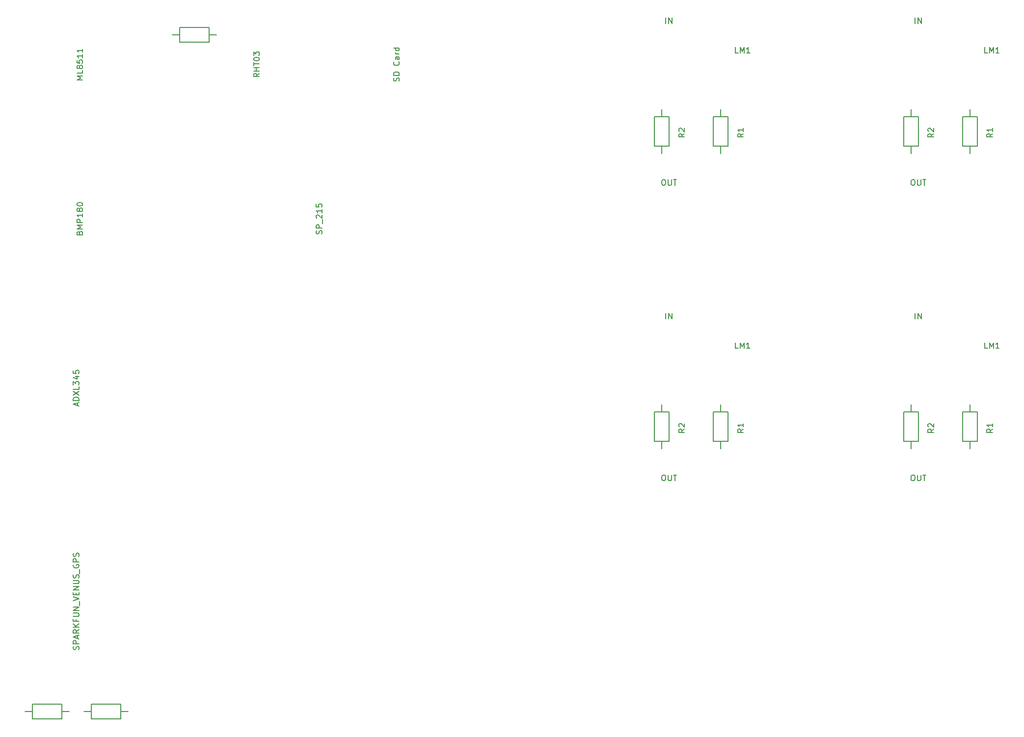
<source format=gbr>
G04 #@! TF.FileFunction,Legend,Top*
%FSLAX46Y46*%
G04 Gerber Fmt 4.6, Leading zero omitted, Abs format (unit mm)*
G04 Created by KiCad (PCBNEW 4.0.1-stable) date 1/13/2016 10:53:09 PM*
%MOMM*%
G01*
G04 APERTURE LIST*
%ADD10C,0.100000*%
%ADD11C,0.150000*%
G04 APERTURE END LIST*
D10*
D11*
X46990000Y-21590000D02*
X52070000Y-21590000D01*
X52070000Y-21590000D02*
X52070000Y-24130000D01*
X52070000Y-24130000D02*
X46990000Y-24130000D01*
X46990000Y-24130000D02*
X46990000Y-21590000D01*
X46990000Y-22860000D02*
X45720000Y-22860000D01*
X52070000Y-22860000D02*
X53340000Y-22860000D01*
X26670000Y-140970000D02*
X21590000Y-140970000D01*
X21590000Y-140970000D02*
X21590000Y-138430000D01*
X21590000Y-138430000D02*
X26670000Y-138430000D01*
X26670000Y-138430000D02*
X26670000Y-140970000D01*
X26670000Y-139700000D02*
X27940000Y-139700000D01*
X21590000Y-139700000D02*
X20320000Y-139700000D01*
X36830000Y-140970000D02*
X31750000Y-140970000D01*
X31750000Y-140970000D02*
X31750000Y-138430000D01*
X31750000Y-138430000D02*
X36830000Y-138430000D01*
X36830000Y-138430000D02*
X36830000Y-140970000D01*
X36830000Y-139700000D02*
X38100000Y-139700000D01*
X31750000Y-139700000D02*
X30480000Y-139700000D01*
X131410000Y-87940000D02*
X131410000Y-93020000D01*
X131410000Y-93020000D02*
X128870000Y-93020000D01*
X128870000Y-93020000D02*
X128870000Y-87940000D01*
X128870000Y-87940000D02*
X131410000Y-87940000D01*
X130140000Y-87940000D02*
X130140000Y-86670000D01*
X130140000Y-93020000D02*
X130140000Y-94290000D01*
X141570000Y-87940000D02*
X141570000Y-93020000D01*
X141570000Y-93020000D02*
X139030000Y-93020000D01*
X139030000Y-93020000D02*
X139030000Y-87940000D01*
X139030000Y-87940000D02*
X141570000Y-87940000D01*
X140300000Y-87940000D02*
X140300000Y-86670000D01*
X140300000Y-93020000D02*
X140300000Y-94290000D01*
X184570000Y-87940000D02*
X184570000Y-93020000D01*
X184570000Y-93020000D02*
X182030000Y-93020000D01*
X182030000Y-93020000D02*
X182030000Y-87940000D01*
X182030000Y-87940000D02*
X184570000Y-87940000D01*
X183300000Y-87940000D02*
X183300000Y-86670000D01*
X183300000Y-93020000D02*
X183300000Y-94290000D01*
X174410000Y-87940000D02*
X174410000Y-93020000D01*
X174410000Y-93020000D02*
X171870000Y-93020000D01*
X171870000Y-93020000D02*
X171870000Y-87940000D01*
X171870000Y-87940000D02*
X174410000Y-87940000D01*
X173140000Y-87940000D02*
X173140000Y-86670000D01*
X173140000Y-93020000D02*
X173140000Y-94290000D01*
X174410000Y-36940000D02*
X174410000Y-42020000D01*
X174410000Y-42020000D02*
X171870000Y-42020000D01*
X171870000Y-42020000D02*
X171870000Y-36940000D01*
X171870000Y-36940000D02*
X174410000Y-36940000D01*
X173140000Y-36940000D02*
X173140000Y-35670000D01*
X173140000Y-42020000D02*
X173140000Y-43290000D01*
X184570000Y-36940000D02*
X184570000Y-42020000D01*
X184570000Y-42020000D02*
X182030000Y-42020000D01*
X182030000Y-42020000D02*
X182030000Y-36940000D01*
X182030000Y-36940000D02*
X184570000Y-36940000D01*
X183300000Y-36940000D02*
X183300000Y-35670000D01*
X183300000Y-42020000D02*
X183300000Y-43290000D01*
X141570000Y-36940000D02*
X141570000Y-42020000D01*
X141570000Y-42020000D02*
X139030000Y-42020000D01*
X139030000Y-42020000D02*
X139030000Y-36940000D01*
X139030000Y-36940000D02*
X141570000Y-36940000D01*
X140300000Y-36940000D02*
X140300000Y-35670000D01*
X140300000Y-42020000D02*
X140300000Y-43290000D01*
X131410000Y-36940000D02*
X131410000Y-42020000D01*
X131410000Y-42020000D02*
X128870000Y-42020000D01*
X128870000Y-42020000D02*
X128870000Y-36940000D01*
X128870000Y-36940000D02*
X131410000Y-36940000D01*
X130140000Y-36940000D02*
X130140000Y-35670000D01*
X130140000Y-42020000D02*
X130140000Y-43290000D01*
X71524762Y-57205238D02*
X71572381Y-57062381D01*
X71572381Y-56824285D01*
X71524762Y-56729047D01*
X71477143Y-56681428D01*
X71381905Y-56633809D01*
X71286667Y-56633809D01*
X71191429Y-56681428D01*
X71143810Y-56729047D01*
X71096190Y-56824285D01*
X71048571Y-57014762D01*
X71000952Y-57110000D01*
X70953333Y-57157619D01*
X70858095Y-57205238D01*
X70762857Y-57205238D01*
X70667619Y-57157619D01*
X70620000Y-57110000D01*
X70572381Y-57014762D01*
X70572381Y-56776666D01*
X70620000Y-56633809D01*
X71572381Y-56205238D02*
X70572381Y-56205238D01*
X70572381Y-55824285D01*
X70620000Y-55729047D01*
X70667619Y-55681428D01*
X70762857Y-55633809D01*
X70905714Y-55633809D01*
X71000952Y-55681428D01*
X71048571Y-55729047D01*
X71096190Y-55824285D01*
X71096190Y-56205238D01*
X71667619Y-55443333D02*
X71667619Y-54681428D01*
X70667619Y-54490952D02*
X70620000Y-54443333D01*
X70572381Y-54348095D01*
X70572381Y-54109999D01*
X70620000Y-54014761D01*
X70667619Y-53967142D01*
X70762857Y-53919523D01*
X70858095Y-53919523D01*
X71000952Y-53967142D01*
X71572381Y-54538571D01*
X71572381Y-53919523D01*
X71572381Y-52967142D02*
X71572381Y-53538571D01*
X71572381Y-53252857D02*
X70572381Y-53252857D01*
X70715238Y-53348095D01*
X70810476Y-53443333D01*
X70858095Y-53538571D01*
X70572381Y-52062380D02*
X70572381Y-52538571D01*
X71048571Y-52586190D01*
X71000952Y-52538571D01*
X70953333Y-52443333D01*
X70953333Y-52205237D01*
X71000952Y-52109999D01*
X71048571Y-52062380D01*
X71143810Y-52014761D01*
X71381905Y-52014761D01*
X71477143Y-52062380D01*
X71524762Y-52109999D01*
X71572381Y-52205237D01*
X71572381Y-52443333D01*
X71524762Y-52538571D01*
X71477143Y-52586190D01*
X60777381Y-29487619D02*
X60301190Y-29820953D01*
X60777381Y-30059048D02*
X59777381Y-30059048D01*
X59777381Y-29678095D01*
X59825000Y-29582857D01*
X59872619Y-29535238D01*
X59967857Y-29487619D01*
X60110714Y-29487619D01*
X60205952Y-29535238D01*
X60253571Y-29582857D01*
X60301190Y-29678095D01*
X60301190Y-30059048D01*
X60777381Y-29059048D02*
X59777381Y-29059048D01*
X60253571Y-29059048D02*
X60253571Y-28487619D01*
X60777381Y-28487619D02*
X59777381Y-28487619D01*
X59777381Y-28154286D02*
X59777381Y-27582857D01*
X60777381Y-27868572D02*
X59777381Y-27868572D01*
X59777381Y-27059048D02*
X59777381Y-26963809D01*
X59825000Y-26868571D01*
X59872619Y-26820952D01*
X59967857Y-26773333D01*
X60158333Y-26725714D01*
X60396429Y-26725714D01*
X60586905Y-26773333D01*
X60682143Y-26820952D01*
X60729762Y-26868571D01*
X60777381Y-26963809D01*
X60777381Y-27059048D01*
X60729762Y-27154286D01*
X60682143Y-27201905D01*
X60586905Y-27249524D01*
X60396429Y-27297143D01*
X60158333Y-27297143D01*
X59967857Y-27249524D01*
X59872619Y-27201905D01*
X59825000Y-27154286D01*
X59777381Y-27059048D01*
X59777381Y-26392381D02*
X59777381Y-25773333D01*
X60158333Y-26106667D01*
X60158333Y-25963809D01*
X60205952Y-25868571D01*
X60253571Y-25820952D01*
X60348810Y-25773333D01*
X60586905Y-25773333D01*
X60682143Y-25820952D01*
X60729762Y-25868571D01*
X60777381Y-25963809D01*
X60777381Y-26249524D01*
X60729762Y-26344762D01*
X60682143Y-26392381D01*
X30297381Y-30582857D02*
X29297381Y-30582857D01*
X30011667Y-30249523D01*
X29297381Y-29916190D01*
X30297381Y-29916190D01*
X30297381Y-28963809D02*
X30297381Y-29440000D01*
X29297381Y-29440000D01*
X29725952Y-28487619D02*
X29678333Y-28582857D01*
X29630714Y-28630476D01*
X29535476Y-28678095D01*
X29487857Y-28678095D01*
X29392619Y-28630476D01*
X29345000Y-28582857D01*
X29297381Y-28487619D01*
X29297381Y-28297142D01*
X29345000Y-28201904D01*
X29392619Y-28154285D01*
X29487857Y-28106666D01*
X29535476Y-28106666D01*
X29630714Y-28154285D01*
X29678333Y-28201904D01*
X29725952Y-28297142D01*
X29725952Y-28487619D01*
X29773571Y-28582857D01*
X29821190Y-28630476D01*
X29916429Y-28678095D01*
X30106905Y-28678095D01*
X30202143Y-28630476D01*
X30249762Y-28582857D01*
X30297381Y-28487619D01*
X30297381Y-28297142D01*
X30249762Y-28201904D01*
X30202143Y-28154285D01*
X30106905Y-28106666D01*
X29916429Y-28106666D01*
X29821190Y-28154285D01*
X29773571Y-28201904D01*
X29725952Y-28297142D01*
X29297381Y-27201904D02*
X29297381Y-27678095D01*
X29773571Y-27725714D01*
X29725952Y-27678095D01*
X29678333Y-27582857D01*
X29678333Y-27344761D01*
X29725952Y-27249523D01*
X29773571Y-27201904D01*
X29868810Y-27154285D01*
X30106905Y-27154285D01*
X30202143Y-27201904D01*
X30249762Y-27249523D01*
X30297381Y-27344761D01*
X30297381Y-27582857D01*
X30249762Y-27678095D01*
X30202143Y-27725714D01*
X30297381Y-26201904D02*
X30297381Y-26773333D01*
X30297381Y-26487619D02*
X29297381Y-26487619D01*
X29440238Y-26582857D01*
X29535476Y-26678095D01*
X29583095Y-26773333D01*
X30297381Y-25249523D02*
X30297381Y-25820952D01*
X30297381Y-25535238D02*
X29297381Y-25535238D01*
X29440238Y-25630476D01*
X29535476Y-25725714D01*
X29583095Y-25820952D01*
X29614762Y-128983334D02*
X29662381Y-128840477D01*
X29662381Y-128602381D01*
X29614762Y-128507143D01*
X29567143Y-128459524D01*
X29471905Y-128411905D01*
X29376667Y-128411905D01*
X29281429Y-128459524D01*
X29233810Y-128507143D01*
X29186190Y-128602381D01*
X29138571Y-128792858D01*
X29090952Y-128888096D01*
X29043333Y-128935715D01*
X28948095Y-128983334D01*
X28852857Y-128983334D01*
X28757619Y-128935715D01*
X28710000Y-128888096D01*
X28662381Y-128792858D01*
X28662381Y-128554762D01*
X28710000Y-128411905D01*
X29662381Y-127983334D02*
X28662381Y-127983334D01*
X28662381Y-127602381D01*
X28710000Y-127507143D01*
X28757619Y-127459524D01*
X28852857Y-127411905D01*
X28995714Y-127411905D01*
X29090952Y-127459524D01*
X29138571Y-127507143D01*
X29186190Y-127602381D01*
X29186190Y-127983334D01*
X29376667Y-127030953D02*
X29376667Y-126554762D01*
X29662381Y-127126191D02*
X28662381Y-126792858D01*
X29662381Y-126459524D01*
X29662381Y-125554762D02*
X29186190Y-125888096D01*
X29662381Y-126126191D02*
X28662381Y-126126191D01*
X28662381Y-125745238D01*
X28710000Y-125650000D01*
X28757619Y-125602381D01*
X28852857Y-125554762D01*
X28995714Y-125554762D01*
X29090952Y-125602381D01*
X29138571Y-125650000D01*
X29186190Y-125745238D01*
X29186190Y-126126191D01*
X29662381Y-125126191D02*
X28662381Y-125126191D01*
X29662381Y-124554762D02*
X29090952Y-124983334D01*
X28662381Y-124554762D02*
X29233810Y-125126191D01*
X29138571Y-123792857D02*
X29138571Y-124126191D01*
X29662381Y-124126191D02*
X28662381Y-124126191D01*
X28662381Y-123650000D01*
X28662381Y-123269048D02*
X29471905Y-123269048D01*
X29567143Y-123221429D01*
X29614762Y-123173810D01*
X29662381Y-123078572D01*
X29662381Y-122888095D01*
X29614762Y-122792857D01*
X29567143Y-122745238D01*
X29471905Y-122697619D01*
X28662381Y-122697619D01*
X29662381Y-122221429D02*
X28662381Y-122221429D01*
X29662381Y-121650000D01*
X28662381Y-121650000D01*
X29757619Y-121411905D02*
X29757619Y-120650000D01*
X28662381Y-120554762D02*
X29662381Y-120221429D01*
X28662381Y-119888095D01*
X29138571Y-119554762D02*
X29138571Y-119221428D01*
X29662381Y-119078571D02*
X29662381Y-119554762D01*
X28662381Y-119554762D01*
X28662381Y-119078571D01*
X29662381Y-118650000D02*
X28662381Y-118650000D01*
X29662381Y-118078571D01*
X28662381Y-118078571D01*
X28662381Y-117602381D02*
X29471905Y-117602381D01*
X29567143Y-117554762D01*
X29614762Y-117507143D01*
X29662381Y-117411905D01*
X29662381Y-117221428D01*
X29614762Y-117126190D01*
X29567143Y-117078571D01*
X29471905Y-117030952D01*
X28662381Y-117030952D01*
X29614762Y-116602381D02*
X29662381Y-116459524D01*
X29662381Y-116221428D01*
X29614762Y-116126190D01*
X29567143Y-116078571D01*
X29471905Y-116030952D01*
X29376667Y-116030952D01*
X29281429Y-116078571D01*
X29233810Y-116126190D01*
X29186190Y-116221428D01*
X29138571Y-116411905D01*
X29090952Y-116507143D01*
X29043333Y-116554762D01*
X28948095Y-116602381D01*
X28852857Y-116602381D01*
X28757619Y-116554762D01*
X28710000Y-116507143D01*
X28662381Y-116411905D01*
X28662381Y-116173809D01*
X28710000Y-116030952D01*
X29757619Y-115840476D02*
X29757619Y-115078571D01*
X28710000Y-114316666D02*
X28662381Y-114411904D01*
X28662381Y-114554761D01*
X28710000Y-114697619D01*
X28805238Y-114792857D01*
X28900476Y-114840476D01*
X29090952Y-114888095D01*
X29233810Y-114888095D01*
X29424286Y-114840476D01*
X29519524Y-114792857D01*
X29614762Y-114697619D01*
X29662381Y-114554761D01*
X29662381Y-114459523D01*
X29614762Y-114316666D01*
X29567143Y-114269047D01*
X29233810Y-114269047D01*
X29233810Y-114459523D01*
X29662381Y-113840476D02*
X28662381Y-113840476D01*
X28662381Y-113459523D01*
X28710000Y-113364285D01*
X28757619Y-113316666D01*
X28852857Y-113269047D01*
X28995714Y-113269047D01*
X29090952Y-113316666D01*
X29138571Y-113364285D01*
X29186190Y-113459523D01*
X29186190Y-113840476D01*
X29614762Y-112888095D02*
X29662381Y-112745238D01*
X29662381Y-112507142D01*
X29614762Y-112411904D01*
X29567143Y-112364285D01*
X29471905Y-112316666D01*
X29376667Y-112316666D01*
X29281429Y-112364285D01*
X29233810Y-112411904D01*
X29186190Y-112507142D01*
X29138571Y-112697619D01*
X29090952Y-112792857D01*
X29043333Y-112840476D01*
X28948095Y-112888095D01*
X28852857Y-112888095D01*
X28757619Y-112840476D01*
X28710000Y-112792857D01*
X28662381Y-112697619D01*
X28662381Y-112459523D01*
X28710000Y-112316666D01*
X29376667Y-86867619D02*
X29376667Y-86391428D01*
X29662381Y-86962857D02*
X28662381Y-86629524D01*
X29662381Y-86296190D01*
X29662381Y-85962857D02*
X28662381Y-85962857D01*
X28662381Y-85724762D01*
X28710000Y-85581904D01*
X28805238Y-85486666D01*
X28900476Y-85439047D01*
X29090952Y-85391428D01*
X29233810Y-85391428D01*
X29424286Y-85439047D01*
X29519524Y-85486666D01*
X29614762Y-85581904D01*
X29662381Y-85724762D01*
X29662381Y-85962857D01*
X28662381Y-85058095D02*
X29662381Y-84391428D01*
X28662381Y-84391428D02*
X29662381Y-85058095D01*
X29662381Y-83534285D02*
X29662381Y-84010476D01*
X28662381Y-84010476D01*
X28662381Y-83296190D02*
X28662381Y-82677142D01*
X29043333Y-83010476D01*
X29043333Y-82867618D01*
X29090952Y-82772380D01*
X29138571Y-82724761D01*
X29233810Y-82677142D01*
X29471905Y-82677142D01*
X29567143Y-82724761D01*
X29614762Y-82772380D01*
X29662381Y-82867618D01*
X29662381Y-83153333D01*
X29614762Y-83248571D01*
X29567143Y-83296190D01*
X28995714Y-81819999D02*
X29662381Y-81819999D01*
X28614762Y-82058095D02*
X29329048Y-82296190D01*
X29329048Y-81677142D01*
X28662381Y-80819999D02*
X28662381Y-81296190D01*
X29138571Y-81343809D01*
X29090952Y-81296190D01*
X29043333Y-81200952D01*
X29043333Y-80962856D01*
X29090952Y-80867618D01*
X29138571Y-80819999D01*
X29233810Y-80772380D01*
X29471905Y-80772380D01*
X29567143Y-80819999D01*
X29614762Y-80867618D01*
X29662381Y-80962856D01*
X29662381Y-81200952D01*
X29614762Y-81296190D01*
X29567143Y-81343809D01*
X130410000Y-98822381D02*
X130600477Y-98822381D01*
X130695715Y-98870000D01*
X130790953Y-98965238D01*
X130838572Y-99155714D01*
X130838572Y-99489048D01*
X130790953Y-99679524D01*
X130695715Y-99774762D01*
X130600477Y-99822381D01*
X130410000Y-99822381D01*
X130314762Y-99774762D01*
X130219524Y-99679524D01*
X130171905Y-99489048D01*
X130171905Y-99155714D01*
X130219524Y-98965238D01*
X130314762Y-98870000D01*
X130410000Y-98822381D01*
X131267143Y-98822381D02*
X131267143Y-99631905D01*
X131314762Y-99727143D01*
X131362381Y-99774762D01*
X131457619Y-99822381D01*
X131648096Y-99822381D01*
X131743334Y-99774762D01*
X131790953Y-99727143D01*
X131838572Y-99631905D01*
X131838572Y-98822381D01*
X132171905Y-98822381D02*
X132743334Y-98822381D01*
X132457619Y-99822381D02*
X132457619Y-98822381D01*
X130886191Y-71882381D02*
X130886191Y-70882381D01*
X131362381Y-71882381D02*
X131362381Y-70882381D01*
X131933810Y-71882381D01*
X131933810Y-70882381D01*
X134092501Y-90895586D02*
X133616310Y-91228920D01*
X134092501Y-91467015D02*
X133092501Y-91467015D01*
X133092501Y-91086062D01*
X133140120Y-90990824D01*
X133187739Y-90943205D01*
X133282977Y-90895586D01*
X133425834Y-90895586D01*
X133521072Y-90943205D01*
X133568691Y-90990824D01*
X133616310Y-91086062D01*
X133616310Y-91467015D01*
X133187739Y-90514634D02*
X133140120Y-90467015D01*
X133092501Y-90371777D01*
X133092501Y-90133681D01*
X133140120Y-90038443D01*
X133187739Y-89990824D01*
X133282977Y-89943205D01*
X133378215Y-89943205D01*
X133521072Y-89990824D01*
X134092501Y-90562253D01*
X134092501Y-89943205D01*
X144252501Y-90895586D02*
X143776310Y-91228920D01*
X144252501Y-91467015D02*
X143252501Y-91467015D01*
X143252501Y-91086062D01*
X143300120Y-90990824D01*
X143347739Y-90943205D01*
X143442977Y-90895586D01*
X143585834Y-90895586D01*
X143681072Y-90943205D01*
X143728691Y-90990824D01*
X143776310Y-91086062D01*
X143776310Y-91467015D01*
X144252501Y-89943205D02*
X144252501Y-90514634D01*
X144252501Y-90228920D02*
X143252501Y-90228920D01*
X143395358Y-90324158D01*
X143490596Y-90419396D01*
X143538215Y-90514634D01*
X143371905Y-76962381D02*
X142895714Y-76962381D01*
X142895714Y-75962381D01*
X143705238Y-76962381D02*
X143705238Y-75962381D01*
X144038572Y-76676667D01*
X144371905Y-75962381D01*
X144371905Y-76962381D01*
X145371905Y-76962381D02*
X144800476Y-76962381D01*
X145086190Y-76962381D02*
X145086190Y-75962381D01*
X144990952Y-76105238D01*
X144895714Y-76200476D01*
X144800476Y-76248095D01*
X186371905Y-76962381D02*
X185895714Y-76962381D01*
X185895714Y-75962381D01*
X186705238Y-76962381D02*
X186705238Y-75962381D01*
X187038572Y-76676667D01*
X187371905Y-75962381D01*
X187371905Y-76962381D01*
X188371905Y-76962381D02*
X187800476Y-76962381D01*
X188086190Y-76962381D02*
X188086190Y-75962381D01*
X187990952Y-76105238D01*
X187895714Y-76200476D01*
X187800476Y-76248095D01*
X187252501Y-90895586D02*
X186776310Y-91228920D01*
X187252501Y-91467015D02*
X186252501Y-91467015D01*
X186252501Y-91086062D01*
X186300120Y-90990824D01*
X186347739Y-90943205D01*
X186442977Y-90895586D01*
X186585834Y-90895586D01*
X186681072Y-90943205D01*
X186728691Y-90990824D01*
X186776310Y-91086062D01*
X186776310Y-91467015D01*
X187252501Y-89943205D02*
X187252501Y-90514634D01*
X187252501Y-90228920D02*
X186252501Y-90228920D01*
X186395358Y-90324158D01*
X186490596Y-90419396D01*
X186538215Y-90514634D01*
X177092501Y-90895586D02*
X176616310Y-91228920D01*
X177092501Y-91467015D02*
X176092501Y-91467015D01*
X176092501Y-91086062D01*
X176140120Y-90990824D01*
X176187739Y-90943205D01*
X176282977Y-90895586D01*
X176425834Y-90895586D01*
X176521072Y-90943205D01*
X176568691Y-90990824D01*
X176616310Y-91086062D01*
X176616310Y-91467015D01*
X176187739Y-90514634D02*
X176140120Y-90467015D01*
X176092501Y-90371777D01*
X176092501Y-90133681D01*
X176140120Y-90038443D01*
X176187739Y-89990824D01*
X176282977Y-89943205D01*
X176378215Y-89943205D01*
X176521072Y-89990824D01*
X177092501Y-90562253D01*
X177092501Y-89943205D01*
X173886191Y-71882381D02*
X173886191Y-70882381D01*
X174362381Y-71882381D02*
X174362381Y-70882381D01*
X174933810Y-71882381D01*
X174933810Y-70882381D01*
X173410000Y-98822381D02*
X173600477Y-98822381D01*
X173695715Y-98870000D01*
X173790953Y-98965238D01*
X173838572Y-99155714D01*
X173838572Y-99489048D01*
X173790953Y-99679524D01*
X173695715Y-99774762D01*
X173600477Y-99822381D01*
X173410000Y-99822381D01*
X173314762Y-99774762D01*
X173219524Y-99679524D01*
X173171905Y-99489048D01*
X173171905Y-99155714D01*
X173219524Y-98965238D01*
X173314762Y-98870000D01*
X173410000Y-98822381D01*
X174267143Y-98822381D02*
X174267143Y-99631905D01*
X174314762Y-99727143D01*
X174362381Y-99774762D01*
X174457619Y-99822381D01*
X174648096Y-99822381D01*
X174743334Y-99774762D01*
X174790953Y-99727143D01*
X174838572Y-99631905D01*
X174838572Y-98822381D01*
X175171905Y-98822381D02*
X175743334Y-98822381D01*
X175457619Y-99822381D02*
X175457619Y-98822381D01*
X173410000Y-47822381D02*
X173600477Y-47822381D01*
X173695715Y-47870000D01*
X173790953Y-47965238D01*
X173838572Y-48155714D01*
X173838572Y-48489048D01*
X173790953Y-48679524D01*
X173695715Y-48774762D01*
X173600477Y-48822381D01*
X173410000Y-48822381D01*
X173314762Y-48774762D01*
X173219524Y-48679524D01*
X173171905Y-48489048D01*
X173171905Y-48155714D01*
X173219524Y-47965238D01*
X173314762Y-47870000D01*
X173410000Y-47822381D01*
X174267143Y-47822381D02*
X174267143Y-48631905D01*
X174314762Y-48727143D01*
X174362381Y-48774762D01*
X174457619Y-48822381D01*
X174648096Y-48822381D01*
X174743334Y-48774762D01*
X174790953Y-48727143D01*
X174838572Y-48631905D01*
X174838572Y-47822381D01*
X175171905Y-47822381D02*
X175743334Y-47822381D01*
X175457619Y-48822381D02*
X175457619Y-47822381D01*
X173886191Y-20882381D02*
X173886191Y-19882381D01*
X174362381Y-20882381D02*
X174362381Y-19882381D01*
X174933810Y-20882381D01*
X174933810Y-19882381D01*
X177092501Y-39895586D02*
X176616310Y-40228920D01*
X177092501Y-40467015D02*
X176092501Y-40467015D01*
X176092501Y-40086062D01*
X176140120Y-39990824D01*
X176187739Y-39943205D01*
X176282977Y-39895586D01*
X176425834Y-39895586D01*
X176521072Y-39943205D01*
X176568691Y-39990824D01*
X176616310Y-40086062D01*
X176616310Y-40467015D01*
X176187739Y-39514634D02*
X176140120Y-39467015D01*
X176092501Y-39371777D01*
X176092501Y-39133681D01*
X176140120Y-39038443D01*
X176187739Y-38990824D01*
X176282977Y-38943205D01*
X176378215Y-38943205D01*
X176521072Y-38990824D01*
X177092501Y-39562253D01*
X177092501Y-38943205D01*
X187252501Y-39895586D02*
X186776310Y-40228920D01*
X187252501Y-40467015D02*
X186252501Y-40467015D01*
X186252501Y-40086062D01*
X186300120Y-39990824D01*
X186347739Y-39943205D01*
X186442977Y-39895586D01*
X186585834Y-39895586D01*
X186681072Y-39943205D01*
X186728691Y-39990824D01*
X186776310Y-40086062D01*
X186776310Y-40467015D01*
X187252501Y-38943205D02*
X187252501Y-39514634D01*
X187252501Y-39228920D02*
X186252501Y-39228920D01*
X186395358Y-39324158D01*
X186490596Y-39419396D01*
X186538215Y-39514634D01*
X186371905Y-25962381D02*
X185895714Y-25962381D01*
X185895714Y-24962381D01*
X186705238Y-25962381D02*
X186705238Y-24962381D01*
X187038572Y-25676667D01*
X187371905Y-24962381D01*
X187371905Y-25962381D01*
X188371905Y-25962381D02*
X187800476Y-25962381D01*
X188086190Y-25962381D02*
X188086190Y-24962381D01*
X187990952Y-25105238D01*
X187895714Y-25200476D01*
X187800476Y-25248095D01*
X143371905Y-25962381D02*
X142895714Y-25962381D01*
X142895714Y-24962381D01*
X143705238Y-25962381D02*
X143705238Y-24962381D01*
X144038572Y-25676667D01*
X144371905Y-24962381D01*
X144371905Y-25962381D01*
X145371905Y-25962381D02*
X144800476Y-25962381D01*
X145086190Y-25962381D02*
X145086190Y-24962381D01*
X144990952Y-25105238D01*
X144895714Y-25200476D01*
X144800476Y-25248095D01*
X144252501Y-39895586D02*
X143776310Y-40228920D01*
X144252501Y-40467015D02*
X143252501Y-40467015D01*
X143252501Y-40086062D01*
X143300120Y-39990824D01*
X143347739Y-39943205D01*
X143442977Y-39895586D01*
X143585834Y-39895586D01*
X143681072Y-39943205D01*
X143728691Y-39990824D01*
X143776310Y-40086062D01*
X143776310Y-40467015D01*
X144252501Y-38943205D02*
X144252501Y-39514634D01*
X144252501Y-39228920D02*
X143252501Y-39228920D01*
X143395358Y-39324158D01*
X143490596Y-39419396D01*
X143538215Y-39514634D01*
X134092501Y-39895586D02*
X133616310Y-40228920D01*
X134092501Y-40467015D02*
X133092501Y-40467015D01*
X133092501Y-40086062D01*
X133140120Y-39990824D01*
X133187739Y-39943205D01*
X133282977Y-39895586D01*
X133425834Y-39895586D01*
X133521072Y-39943205D01*
X133568691Y-39990824D01*
X133616310Y-40086062D01*
X133616310Y-40467015D01*
X133187739Y-39514634D02*
X133140120Y-39467015D01*
X133092501Y-39371777D01*
X133092501Y-39133681D01*
X133140120Y-39038443D01*
X133187739Y-38990824D01*
X133282977Y-38943205D01*
X133378215Y-38943205D01*
X133521072Y-38990824D01*
X134092501Y-39562253D01*
X134092501Y-38943205D01*
X130886191Y-20882381D02*
X130886191Y-19882381D01*
X131362381Y-20882381D02*
X131362381Y-19882381D01*
X131933810Y-20882381D01*
X131933810Y-19882381D01*
X130410000Y-47822381D02*
X130600477Y-47822381D01*
X130695715Y-47870000D01*
X130790953Y-47965238D01*
X130838572Y-48155714D01*
X130838572Y-48489048D01*
X130790953Y-48679524D01*
X130695715Y-48774762D01*
X130600477Y-48822381D01*
X130410000Y-48822381D01*
X130314762Y-48774762D01*
X130219524Y-48679524D01*
X130171905Y-48489048D01*
X130171905Y-48155714D01*
X130219524Y-47965238D01*
X130314762Y-47870000D01*
X130410000Y-47822381D01*
X131267143Y-47822381D02*
X131267143Y-48631905D01*
X131314762Y-48727143D01*
X131362381Y-48774762D01*
X131457619Y-48822381D01*
X131648096Y-48822381D01*
X131743334Y-48774762D01*
X131790953Y-48727143D01*
X131838572Y-48631905D01*
X131838572Y-47822381D01*
X132171905Y-47822381D02*
X132743334Y-47822381D01*
X132457619Y-48822381D02*
X132457619Y-47822381D01*
X29773571Y-57038571D02*
X29821190Y-56895714D01*
X29868810Y-56848095D01*
X29964048Y-56800476D01*
X30106905Y-56800476D01*
X30202143Y-56848095D01*
X30249762Y-56895714D01*
X30297381Y-56990952D01*
X30297381Y-57371905D01*
X29297381Y-57371905D01*
X29297381Y-57038571D01*
X29345000Y-56943333D01*
X29392619Y-56895714D01*
X29487857Y-56848095D01*
X29583095Y-56848095D01*
X29678333Y-56895714D01*
X29725952Y-56943333D01*
X29773571Y-57038571D01*
X29773571Y-57371905D01*
X30297381Y-56371905D02*
X29297381Y-56371905D01*
X30011667Y-56038571D01*
X29297381Y-55705238D01*
X30297381Y-55705238D01*
X30297381Y-55229048D02*
X29297381Y-55229048D01*
X29297381Y-54848095D01*
X29345000Y-54752857D01*
X29392619Y-54705238D01*
X29487857Y-54657619D01*
X29630714Y-54657619D01*
X29725952Y-54705238D01*
X29773571Y-54752857D01*
X29821190Y-54848095D01*
X29821190Y-55229048D01*
X30297381Y-53705238D02*
X30297381Y-54276667D01*
X30297381Y-53990953D02*
X29297381Y-53990953D01*
X29440238Y-54086191D01*
X29535476Y-54181429D01*
X29583095Y-54276667D01*
X29725952Y-53133810D02*
X29678333Y-53229048D01*
X29630714Y-53276667D01*
X29535476Y-53324286D01*
X29487857Y-53324286D01*
X29392619Y-53276667D01*
X29345000Y-53229048D01*
X29297381Y-53133810D01*
X29297381Y-52943333D01*
X29345000Y-52848095D01*
X29392619Y-52800476D01*
X29487857Y-52752857D01*
X29535476Y-52752857D01*
X29630714Y-52800476D01*
X29678333Y-52848095D01*
X29725952Y-52943333D01*
X29725952Y-53133810D01*
X29773571Y-53229048D01*
X29821190Y-53276667D01*
X29916429Y-53324286D01*
X30106905Y-53324286D01*
X30202143Y-53276667D01*
X30249762Y-53229048D01*
X30297381Y-53133810D01*
X30297381Y-52943333D01*
X30249762Y-52848095D01*
X30202143Y-52800476D01*
X30106905Y-52752857D01*
X29916429Y-52752857D01*
X29821190Y-52800476D01*
X29773571Y-52848095D01*
X29725952Y-52943333D01*
X29297381Y-52133810D02*
X29297381Y-52038571D01*
X29345000Y-51943333D01*
X29392619Y-51895714D01*
X29487857Y-51848095D01*
X29678333Y-51800476D01*
X29916429Y-51800476D01*
X30106905Y-51848095D01*
X30202143Y-51895714D01*
X30249762Y-51943333D01*
X30297381Y-52038571D01*
X30297381Y-52133810D01*
X30249762Y-52229048D01*
X30202143Y-52276667D01*
X30106905Y-52324286D01*
X29916429Y-52371905D01*
X29678333Y-52371905D01*
X29487857Y-52324286D01*
X29392619Y-52276667D01*
X29345000Y-52229048D01*
X29297381Y-52133810D01*
X84859762Y-30820953D02*
X84907381Y-30678096D01*
X84907381Y-30440000D01*
X84859762Y-30344762D01*
X84812143Y-30297143D01*
X84716905Y-30249524D01*
X84621667Y-30249524D01*
X84526429Y-30297143D01*
X84478810Y-30344762D01*
X84431190Y-30440000D01*
X84383571Y-30630477D01*
X84335952Y-30725715D01*
X84288333Y-30773334D01*
X84193095Y-30820953D01*
X84097857Y-30820953D01*
X84002619Y-30773334D01*
X83955000Y-30725715D01*
X83907381Y-30630477D01*
X83907381Y-30392381D01*
X83955000Y-30249524D01*
X84907381Y-29820953D02*
X83907381Y-29820953D01*
X83907381Y-29582858D01*
X83955000Y-29440000D01*
X84050238Y-29344762D01*
X84145476Y-29297143D01*
X84335952Y-29249524D01*
X84478810Y-29249524D01*
X84669286Y-29297143D01*
X84764524Y-29344762D01*
X84859762Y-29440000D01*
X84907381Y-29582858D01*
X84907381Y-29820953D01*
X84812143Y-27487619D02*
X84859762Y-27535238D01*
X84907381Y-27678095D01*
X84907381Y-27773333D01*
X84859762Y-27916191D01*
X84764524Y-28011429D01*
X84669286Y-28059048D01*
X84478810Y-28106667D01*
X84335952Y-28106667D01*
X84145476Y-28059048D01*
X84050238Y-28011429D01*
X83955000Y-27916191D01*
X83907381Y-27773333D01*
X83907381Y-27678095D01*
X83955000Y-27535238D01*
X84002619Y-27487619D01*
X84907381Y-26630476D02*
X84383571Y-26630476D01*
X84288333Y-26678095D01*
X84240714Y-26773333D01*
X84240714Y-26963810D01*
X84288333Y-27059048D01*
X84859762Y-26630476D02*
X84907381Y-26725714D01*
X84907381Y-26963810D01*
X84859762Y-27059048D01*
X84764524Y-27106667D01*
X84669286Y-27106667D01*
X84574048Y-27059048D01*
X84526429Y-26963810D01*
X84526429Y-26725714D01*
X84478810Y-26630476D01*
X84907381Y-26154286D02*
X84240714Y-26154286D01*
X84431190Y-26154286D02*
X84335952Y-26106667D01*
X84288333Y-26059048D01*
X84240714Y-25963810D01*
X84240714Y-25868571D01*
X84907381Y-25106666D02*
X83907381Y-25106666D01*
X84859762Y-25106666D02*
X84907381Y-25201904D01*
X84907381Y-25392381D01*
X84859762Y-25487619D01*
X84812143Y-25535238D01*
X84716905Y-25582857D01*
X84431190Y-25582857D01*
X84335952Y-25535238D01*
X84288333Y-25487619D01*
X84240714Y-25392381D01*
X84240714Y-25201904D01*
X84288333Y-25106666D01*
M02*

</source>
